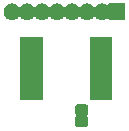
<source format=gbs>
G04 #@! TF.GenerationSoftware,KiCad,Pcbnew,5.0.2-bee76a0~70~ubuntu18.04.1*
G04 #@! TF.CreationDate,2020-01-14T20:57:16+01:00*
G04 #@! TF.ProjectId,TLI5012B,544c4935-3031-4324-922e-6b696361645f,rev?*
G04 #@! TF.SameCoordinates,Original*
G04 #@! TF.FileFunction,Soldermask,Bot*
G04 #@! TF.FilePolarity,Negative*
%FSLAX46Y46*%
G04 Gerber Fmt 4.6, Leading zero omitted, Abs format (unit mm)*
G04 Created by KiCad (PCBNEW 5.0.2-bee76a0~70~ubuntu18.04.1) date Di 14 Jan 2020 20:57:16 CET*
%MOMM*%
%LPD*%
G01*
G04 APERTURE LIST*
%ADD10C,0.100000*%
G04 APERTURE END LIST*
D10*
G36*
X139345974Y-89524148D02*
X139380568Y-89534642D01*
X139412441Y-89551678D01*
X139440387Y-89574613D01*
X139463322Y-89602559D01*
X139480358Y-89634432D01*
X139490852Y-89669026D01*
X139495000Y-89711141D01*
X139495000Y-90318859D01*
X139490852Y-90360974D01*
X139480358Y-90395568D01*
X139459213Y-90435128D01*
X139455243Y-90441069D01*
X139445864Y-90463708D01*
X139441083Y-90487741D01*
X139441081Y-90512245D01*
X139445860Y-90536279D01*
X139455237Y-90558918D01*
X139459205Y-90564858D01*
X139480358Y-90604432D01*
X139490852Y-90639026D01*
X139495000Y-90681141D01*
X139495000Y-91288859D01*
X139490852Y-91330974D01*
X139480358Y-91365568D01*
X139463322Y-91397441D01*
X139440387Y-91425387D01*
X139412441Y-91448322D01*
X139380568Y-91465358D01*
X139345974Y-91475852D01*
X139303859Y-91480000D01*
X138646141Y-91480000D01*
X138604026Y-91475852D01*
X138569432Y-91465358D01*
X138537559Y-91448322D01*
X138509613Y-91425387D01*
X138486678Y-91397441D01*
X138469642Y-91365568D01*
X138459148Y-91330974D01*
X138455000Y-91288859D01*
X138455000Y-90681141D01*
X138459148Y-90639026D01*
X138469642Y-90604432D01*
X138490787Y-90564872D01*
X138494757Y-90558931D01*
X138504136Y-90536292D01*
X138508917Y-90512259D01*
X138508919Y-90487755D01*
X138504140Y-90463721D01*
X138494763Y-90441082D01*
X138490795Y-90435142D01*
X138469642Y-90395568D01*
X138459148Y-90360974D01*
X138455000Y-90318859D01*
X138455000Y-89711141D01*
X138459148Y-89669026D01*
X138469642Y-89634432D01*
X138486678Y-89602559D01*
X138509613Y-89574613D01*
X138537559Y-89551678D01*
X138569432Y-89534642D01*
X138604026Y-89524148D01*
X138646141Y-89520000D01*
X139303859Y-89520000D01*
X139345974Y-89524148D01*
X139345974Y-89524148D01*
G37*
G36*
X141575000Y-89200000D02*
X139675000Y-89200000D01*
X139675000Y-83800000D01*
X141575000Y-83800000D01*
X141575000Y-89200000D01*
X141575000Y-89200000D01*
G37*
G36*
X135675000Y-89200000D02*
X133775000Y-89200000D01*
X133775000Y-83800000D01*
X135675000Y-83800000D01*
X135675000Y-89200000D01*
X135675000Y-89200000D01*
G37*
G36*
X133222224Y-81010128D02*
X133354175Y-81050155D01*
X133475781Y-81115155D01*
X133582370Y-81202630D01*
X133623380Y-81252601D01*
X133640701Y-81269922D01*
X133661076Y-81283536D01*
X133683715Y-81292914D01*
X133707748Y-81297694D01*
X133732252Y-81297694D01*
X133756286Y-81292913D01*
X133778925Y-81283536D01*
X133799299Y-81269922D01*
X133816620Y-81252601D01*
X133857630Y-81202630D01*
X133964219Y-81115155D01*
X134085825Y-81050155D01*
X134217776Y-81010128D01*
X134320610Y-81000000D01*
X134389390Y-81000000D01*
X134492224Y-81010128D01*
X134624175Y-81050155D01*
X134745781Y-81115155D01*
X134852370Y-81202630D01*
X134893380Y-81252601D01*
X134910701Y-81269922D01*
X134931076Y-81283536D01*
X134953715Y-81292914D01*
X134977748Y-81297694D01*
X135002252Y-81297694D01*
X135026286Y-81292913D01*
X135048925Y-81283536D01*
X135069299Y-81269922D01*
X135086620Y-81252601D01*
X135127630Y-81202630D01*
X135234219Y-81115155D01*
X135355825Y-81050155D01*
X135487776Y-81010128D01*
X135590610Y-81000000D01*
X135659390Y-81000000D01*
X135762224Y-81010128D01*
X135894175Y-81050155D01*
X136015781Y-81115155D01*
X136122370Y-81202630D01*
X136163380Y-81252601D01*
X136180701Y-81269922D01*
X136201076Y-81283536D01*
X136223715Y-81292914D01*
X136247748Y-81297694D01*
X136272252Y-81297694D01*
X136296286Y-81292913D01*
X136318925Y-81283536D01*
X136339299Y-81269922D01*
X136356620Y-81252601D01*
X136397630Y-81202630D01*
X136504219Y-81115155D01*
X136625825Y-81050155D01*
X136757776Y-81010128D01*
X136860610Y-81000000D01*
X136929390Y-81000000D01*
X137032224Y-81010128D01*
X137164175Y-81050155D01*
X137285781Y-81115155D01*
X137392370Y-81202630D01*
X137433380Y-81252601D01*
X137450701Y-81269922D01*
X137471076Y-81283536D01*
X137493715Y-81292914D01*
X137517748Y-81297694D01*
X137542252Y-81297694D01*
X137566286Y-81292913D01*
X137588925Y-81283536D01*
X137609299Y-81269922D01*
X137626620Y-81252601D01*
X137667630Y-81202630D01*
X137774219Y-81115155D01*
X137895825Y-81050155D01*
X138027776Y-81010128D01*
X138130610Y-81000000D01*
X138199390Y-81000000D01*
X138302224Y-81010128D01*
X138434175Y-81050155D01*
X138555781Y-81115155D01*
X138662370Y-81202630D01*
X138703380Y-81252601D01*
X138720701Y-81269922D01*
X138741076Y-81283536D01*
X138763715Y-81292914D01*
X138787748Y-81297694D01*
X138812252Y-81297694D01*
X138836286Y-81292913D01*
X138858925Y-81283536D01*
X138879299Y-81269922D01*
X138896620Y-81252601D01*
X138937630Y-81202630D01*
X139044219Y-81115155D01*
X139165825Y-81050155D01*
X139297776Y-81010128D01*
X139400610Y-81000000D01*
X139469390Y-81000000D01*
X139572224Y-81010128D01*
X139704175Y-81050155D01*
X139825781Y-81115155D01*
X139932370Y-81202630D01*
X139973380Y-81252601D01*
X139990701Y-81269922D01*
X140011076Y-81283536D01*
X140033715Y-81292914D01*
X140057748Y-81297694D01*
X140082252Y-81297694D01*
X140106286Y-81292913D01*
X140128925Y-81283536D01*
X140149299Y-81269922D01*
X140166620Y-81252601D01*
X140207630Y-81202630D01*
X140314219Y-81115155D01*
X140435825Y-81050155D01*
X140567776Y-81010128D01*
X140670610Y-81000000D01*
X140739390Y-81000000D01*
X140842224Y-81010128D01*
X140974175Y-81050155D01*
X141033189Y-81081699D01*
X141091076Y-81112640D01*
X141113715Y-81122018D01*
X141137748Y-81126798D01*
X141162253Y-81126798D01*
X141186286Y-81122017D01*
X141208925Y-81112640D01*
X141229300Y-81099026D01*
X141246627Y-81081699D01*
X141260240Y-81061324D01*
X141269618Y-81038685D01*
X141275000Y-81002400D01*
X141275000Y-81000000D01*
X142675000Y-81000000D01*
X142675000Y-82400000D01*
X141275000Y-82400000D01*
X141275000Y-82397600D01*
X141272598Y-82373214D01*
X141265485Y-82349765D01*
X141253934Y-82328154D01*
X141238388Y-82309212D01*
X141219446Y-82293666D01*
X141197835Y-82282115D01*
X141174386Y-82275002D01*
X141150000Y-82272600D01*
X141125614Y-82275002D01*
X141091075Y-82287360D01*
X140974175Y-82349845D01*
X140842224Y-82389872D01*
X140739390Y-82400000D01*
X140670610Y-82400000D01*
X140567776Y-82389872D01*
X140435825Y-82349845D01*
X140314219Y-82284845D01*
X140207630Y-82197370D01*
X140166620Y-82147399D01*
X140149299Y-82130078D01*
X140128924Y-82116464D01*
X140106285Y-82107086D01*
X140082252Y-82102306D01*
X140057748Y-82102306D01*
X140033714Y-82107087D01*
X140011075Y-82116464D01*
X139990701Y-82130078D01*
X139973380Y-82147399D01*
X139932370Y-82197370D01*
X139825781Y-82284845D01*
X139704175Y-82349845D01*
X139572224Y-82389872D01*
X139469390Y-82400000D01*
X139400610Y-82400000D01*
X139297776Y-82389872D01*
X139165825Y-82349845D01*
X139044219Y-82284845D01*
X138937630Y-82197370D01*
X138896620Y-82147399D01*
X138879299Y-82130078D01*
X138858924Y-82116464D01*
X138836285Y-82107086D01*
X138812252Y-82102306D01*
X138787748Y-82102306D01*
X138763714Y-82107087D01*
X138741075Y-82116464D01*
X138720701Y-82130078D01*
X138703380Y-82147399D01*
X138662370Y-82197370D01*
X138555781Y-82284845D01*
X138434175Y-82349845D01*
X138302224Y-82389872D01*
X138199390Y-82400000D01*
X138130610Y-82400000D01*
X138027776Y-82389872D01*
X137895825Y-82349845D01*
X137774219Y-82284845D01*
X137667630Y-82197370D01*
X137626620Y-82147399D01*
X137609299Y-82130078D01*
X137588924Y-82116464D01*
X137566285Y-82107086D01*
X137542252Y-82102306D01*
X137517748Y-82102306D01*
X137493714Y-82107087D01*
X137471075Y-82116464D01*
X137450701Y-82130078D01*
X137433380Y-82147399D01*
X137392370Y-82197370D01*
X137285781Y-82284845D01*
X137164175Y-82349845D01*
X137032224Y-82389872D01*
X136929390Y-82400000D01*
X136860610Y-82400000D01*
X136757776Y-82389872D01*
X136625825Y-82349845D01*
X136504219Y-82284845D01*
X136397630Y-82197370D01*
X136356620Y-82147399D01*
X136339299Y-82130078D01*
X136318924Y-82116464D01*
X136296285Y-82107086D01*
X136272252Y-82102306D01*
X136247748Y-82102306D01*
X136223714Y-82107087D01*
X136201075Y-82116464D01*
X136180701Y-82130078D01*
X136163380Y-82147399D01*
X136122370Y-82197370D01*
X136015781Y-82284845D01*
X135894175Y-82349845D01*
X135762224Y-82389872D01*
X135659390Y-82400000D01*
X135590610Y-82400000D01*
X135487776Y-82389872D01*
X135355825Y-82349845D01*
X135234219Y-82284845D01*
X135127630Y-82197370D01*
X135086620Y-82147399D01*
X135069299Y-82130078D01*
X135048924Y-82116464D01*
X135026285Y-82107086D01*
X135002252Y-82102306D01*
X134977748Y-82102306D01*
X134953714Y-82107087D01*
X134931075Y-82116464D01*
X134910701Y-82130078D01*
X134893380Y-82147399D01*
X134852370Y-82197370D01*
X134745781Y-82284845D01*
X134624175Y-82349845D01*
X134492224Y-82389872D01*
X134389390Y-82400000D01*
X134320610Y-82400000D01*
X134217776Y-82389872D01*
X134085825Y-82349845D01*
X133964219Y-82284845D01*
X133857630Y-82197370D01*
X133816620Y-82147399D01*
X133799299Y-82130078D01*
X133778924Y-82116464D01*
X133756285Y-82107086D01*
X133732252Y-82102306D01*
X133707748Y-82102306D01*
X133683714Y-82107087D01*
X133661075Y-82116464D01*
X133640701Y-82130078D01*
X133623380Y-82147399D01*
X133582370Y-82197370D01*
X133475781Y-82284845D01*
X133354175Y-82349845D01*
X133222224Y-82389872D01*
X133119390Y-82400000D01*
X133050610Y-82400000D01*
X132947776Y-82389872D01*
X132815825Y-82349845D01*
X132694219Y-82284845D01*
X132587630Y-82197370D01*
X132500155Y-82090781D01*
X132435155Y-81969175D01*
X132395128Y-81837224D01*
X132381613Y-81700000D01*
X132395128Y-81562776D01*
X132435155Y-81430825D01*
X132500155Y-81309219D01*
X132587630Y-81202630D01*
X132694219Y-81115155D01*
X132815825Y-81050155D01*
X132947776Y-81010128D01*
X133050610Y-81000000D01*
X133119390Y-81000000D01*
X133222224Y-81010128D01*
X133222224Y-81010128D01*
G37*
M02*

</source>
